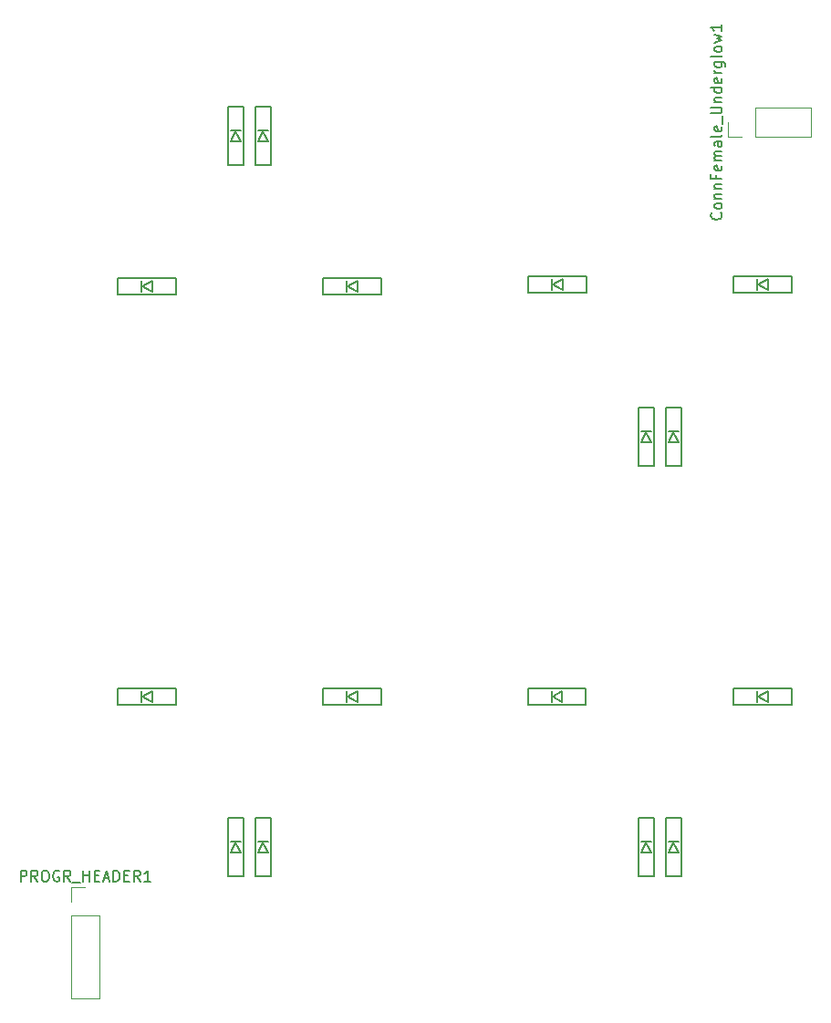
<source format=gbr>
G04 #@! TF.GenerationSoftware,KiCad,Pcbnew,(5.1.2)-2*
G04 #@! TF.CreationDate,2020-01-09T21:44:13+08:00*
G04 #@! TF.ProjectId,wingxx-receiver,77696e67-7878-42d7-9265-636569766572,rev?*
G04 #@! TF.SameCoordinates,Original*
G04 #@! TF.FileFunction,Legend,Top*
G04 #@! TF.FilePolarity,Positive*
%FSLAX46Y46*%
G04 Gerber Fmt 4.6, Leading zero omitted, Abs format (unit mm)*
G04 Created by KiCad (PCBNEW (5.1.2)-2) date 2020-01-09 21:44:13*
%MOMM*%
%LPD*%
G04 APERTURE LIST*
%ADD10C,0.120000*%
%ADD11C,0.150000*%
G04 APERTURE END LIST*
D10*
X139640000Y-64830000D02*
X139640000Y-63500000D01*
X140970000Y-64830000D02*
X139640000Y-64830000D01*
X142240000Y-64830000D02*
X142240000Y-62170000D01*
X142240000Y-62170000D02*
X147380000Y-62170000D01*
X142240000Y-64830000D02*
X147380000Y-64830000D01*
X147380000Y-64830000D02*
X147380000Y-62170000D01*
X78680000Y-134560000D02*
X80010000Y-134560000D01*
X78680000Y-135890000D02*
X78680000Y-134560000D01*
X78680000Y-137160000D02*
X81340000Y-137160000D01*
X81340000Y-137160000D02*
X81340000Y-144840000D01*
X78680000Y-137160000D02*
X78680000Y-144840000D01*
X78680000Y-144840000D02*
X81340000Y-144840000D01*
D11*
X133870000Y-128110000D02*
X133870000Y-133510000D01*
X135370000Y-133510000D02*
X135370000Y-128110000D01*
X135370000Y-128110000D02*
X133870000Y-128110000D01*
X135370000Y-133510000D02*
X133870000Y-133510000D01*
X135120000Y-131310000D02*
X134120000Y-131310000D01*
X134120000Y-131310000D02*
X134620000Y-130410000D01*
X134620000Y-130410000D02*
X135120000Y-131310000D01*
X135120000Y-130310000D02*
X134120000Y-130310000D01*
X131330000Y-128110000D02*
X131330000Y-133510000D01*
X132830000Y-133510000D02*
X132830000Y-128110000D01*
X132830000Y-128110000D02*
X131330000Y-128110000D01*
X132830000Y-133510000D02*
X131330000Y-133510000D01*
X132580000Y-131310000D02*
X131580000Y-131310000D01*
X131580000Y-131310000D02*
X132080000Y-130410000D01*
X132080000Y-130410000D02*
X132580000Y-131310000D01*
X132580000Y-130310000D02*
X131580000Y-130310000D01*
X95770000Y-128110000D02*
X95770000Y-133510000D01*
X97270000Y-133510000D02*
X97270000Y-128110000D01*
X97270000Y-128110000D02*
X95770000Y-128110000D01*
X97270000Y-133510000D02*
X95770000Y-133510000D01*
X97020000Y-131310000D02*
X96020000Y-131310000D01*
X96020000Y-131310000D02*
X96520000Y-130410000D01*
X96520000Y-130410000D02*
X97020000Y-131310000D01*
X97020000Y-130310000D02*
X96020000Y-130310000D01*
X93230000Y-128110000D02*
X93230000Y-133510000D01*
X94730000Y-133510000D02*
X94730000Y-128110000D01*
X94730000Y-128110000D02*
X93230000Y-128110000D01*
X94730000Y-133510000D02*
X93230000Y-133510000D01*
X94480000Y-131310000D02*
X93480000Y-131310000D01*
X93480000Y-131310000D02*
X93980000Y-130410000D01*
X93980000Y-130410000D02*
X94480000Y-131310000D01*
X94480000Y-130310000D02*
X93480000Y-130310000D01*
X140175000Y-117590000D02*
X145575000Y-117590000D01*
X145575000Y-116090000D02*
X140175000Y-116090000D01*
X140175000Y-116090000D02*
X140175000Y-117590000D01*
X145575000Y-116090000D02*
X145575000Y-117590000D01*
X143375000Y-116340000D02*
X143375000Y-117340000D01*
X143375000Y-117340000D02*
X142475000Y-116840000D01*
X142475000Y-116840000D02*
X143375000Y-116340000D01*
X142375000Y-116340000D02*
X142375000Y-117340000D01*
X121092000Y-117590000D02*
X126492000Y-117590000D01*
X126492000Y-116090000D02*
X121092000Y-116090000D01*
X121092000Y-116090000D02*
X121092000Y-117590000D01*
X126492000Y-116090000D02*
X126492000Y-117590000D01*
X124292000Y-116340000D02*
X124292000Y-117340000D01*
X124292000Y-117340000D02*
X123392000Y-116840000D01*
X123392000Y-116840000D02*
X124292000Y-116340000D01*
X123292000Y-116340000D02*
X123292000Y-117340000D01*
X102075000Y-117590000D02*
X107475000Y-117590000D01*
X107475000Y-116090000D02*
X102075000Y-116090000D01*
X102075000Y-116090000D02*
X102075000Y-117590000D01*
X107475000Y-116090000D02*
X107475000Y-117590000D01*
X105275000Y-116340000D02*
X105275000Y-117340000D01*
X105275000Y-117340000D02*
X104375000Y-116840000D01*
X104375000Y-116840000D02*
X105275000Y-116340000D01*
X104275000Y-116340000D02*
X104275000Y-117340000D01*
X83025000Y-117590000D02*
X88425000Y-117590000D01*
X88425000Y-116090000D02*
X83025000Y-116090000D01*
X83025000Y-116090000D02*
X83025000Y-117590000D01*
X88425000Y-116090000D02*
X88425000Y-117590000D01*
X86225000Y-116340000D02*
X86225000Y-117340000D01*
X86225000Y-117340000D02*
X85325000Y-116840000D01*
X85325000Y-116840000D02*
X86225000Y-116340000D01*
X85225000Y-116340000D02*
X85225000Y-117340000D01*
X133870000Y-90010000D02*
X133870000Y-95410000D01*
X135370000Y-95410000D02*
X135370000Y-90010000D01*
X135370000Y-90010000D02*
X133870000Y-90010000D01*
X135370000Y-95410000D02*
X133870000Y-95410000D01*
X135120000Y-93210000D02*
X134120000Y-93210000D01*
X134120000Y-93210000D02*
X134620000Y-92310000D01*
X134620000Y-92310000D02*
X135120000Y-93210000D01*
X135120000Y-92210000D02*
X134120000Y-92210000D01*
X131330000Y-90010000D02*
X131330000Y-95410000D01*
X132830000Y-95410000D02*
X132830000Y-90010000D01*
X132830000Y-90010000D02*
X131330000Y-90010000D01*
X132830000Y-95410000D02*
X131330000Y-95410000D01*
X132580000Y-93210000D02*
X131580000Y-93210000D01*
X131580000Y-93210000D02*
X132080000Y-92310000D01*
X132080000Y-92310000D02*
X132580000Y-93210000D01*
X132580000Y-92210000D02*
X131580000Y-92210000D01*
X102075000Y-79490000D02*
X107475000Y-79490000D01*
X107475000Y-77990000D02*
X102075000Y-77990000D01*
X102075000Y-77990000D02*
X102075000Y-79490000D01*
X107475000Y-77990000D02*
X107475000Y-79490000D01*
X105275000Y-78240000D02*
X105275000Y-79240000D01*
X105275000Y-79240000D02*
X104375000Y-78740000D01*
X104375000Y-78740000D02*
X105275000Y-78240000D01*
X104275000Y-78240000D02*
X104275000Y-79240000D01*
X83025000Y-79490000D02*
X88425000Y-79490000D01*
X88425000Y-77990000D02*
X83025000Y-77990000D01*
X83025000Y-77990000D02*
X83025000Y-79490000D01*
X88425000Y-77990000D02*
X88425000Y-79490000D01*
X86225000Y-78240000D02*
X86225000Y-79240000D01*
X86225000Y-79240000D02*
X85325000Y-78740000D01*
X85325000Y-78740000D02*
X86225000Y-78240000D01*
X85225000Y-78240000D02*
X85225000Y-79240000D01*
X140175000Y-79331200D02*
X145575000Y-79331200D01*
X145575000Y-77831200D02*
X140175000Y-77831200D01*
X140175000Y-77831200D02*
X140175000Y-79331200D01*
X145575000Y-77831200D02*
X145575000Y-79331200D01*
X143375000Y-78081200D02*
X143375000Y-79081200D01*
X143375000Y-79081200D02*
X142475000Y-78581200D01*
X142475000Y-78581200D02*
X143375000Y-78081200D01*
X142375000Y-78081200D02*
X142375000Y-79081200D01*
X121125000Y-79331200D02*
X126525000Y-79331200D01*
X126525000Y-77831200D02*
X121125000Y-77831200D01*
X121125000Y-77831200D02*
X121125000Y-79331200D01*
X126525000Y-77831200D02*
X126525000Y-79331200D01*
X124325000Y-78081200D02*
X124325000Y-79081200D01*
X124325000Y-79081200D02*
X123425000Y-78581200D01*
X123425000Y-78581200D02*
X124325000Y-78081200D01*
X123325000Y-78081200D02*
X123325000Y-79081200D01*
X95770000Y-62070000D02*
X95770000Y-67470000D01*
X97270000Y-67470000D02*
X97270000Y-62070000D01*
X97270000Y-62070000D02*
X95770000Y-62070000D01*
X97270000Y-67470000D02*
X95770000Y-67470000D01*
X97020000Y-65270000D02*
X96020000Y-65270000D01*
X96020000Y-65270000D02*
X96520000Y-64370000D01*
X96520000Y-64370000D02*
X97020000Y-65270000D01*
X97020000Y-64270000D02*
X96020000Y-64270000D01*
X93230000Y-62070000D02*
X93230000Y-67470000D01*
X94730000Y-67470000D02*
X94730000Y-62070000D01*
X94730000Y-62070000D02*
X93230000Y-62070000D01*
X94730000Y-67470000D02*
X93230000Y-67470000D01*
X94480000Y-65270000D02*
X93480000Y-65270000D01*
X93480000Y-65270000D02*
X93980000Y-64370000D01*
X93980000Y-64370000D02*
X94480000Y-65270000D01*
X94480000Y-64270000D02*
X93480000Y-64270000D01*
X138997142Y-71928571D02*
X139044761Y-71976190D01*
X139092380Y-72119047D01*
X139092380Y-72214285D01*
X139044761Y-72357142D01*
X138949523Y-72452380D01*
X138854285Y-72500000D01*
X138663809Y-72547619D01*
X138520952Y-72547619D01*
X138330476Y-72500000D01*
X138235238Y-72452380D01*
X138140000Y-72357142D01*
X138092380Y-72214285D01*
X138092380Y-72119047D01*
X138140000Y-71976190D01*
X138187619Y-71928571D01*
X139092380Y-71357142D02*
X139044761Y-71452380D01*
X138997142Y-71500000D01*
X138901904Y-71547619D01*
X138616190Y-71547619D01*
X138520952Y-71500000D01*
X138473333Y-71452380D01*
X138425714Y-71357142D01*
X138425714Y-71214285D01*
X138473333Y-71119047D01*
X138520952Y-71071428D01*
X138616190Y-71023809D01*
X138901904Y-71023809D01*
X138997142Y-71071428D01*
X139044761Y-71119047D01*
X139092380Y-71214285D01*
X139092380Y-71357142D01*
X138425714Y-70595238D02*
X139092380Y-70595238D01*
X138520952Y-70595238D02*
X138473333Y-70547619D01*
X138425714Y-70452380D01*
X138425714Y-70309523D01*
X138473333Y-70214285D01*
X138568571Y-70166666D01*
X139092380Y-70166666D01*
X138425714Y-69690476D02*
X139092380Y-69690476D01*
X138520952Y-69690476D02*
X138473333Y-69642857D01*
X138425714Y-69547619D01*
X138425714Y-69404761D01*
X138473333Y-69309523D01*
X138568571Y-69261904D01*
X139092380Y-69261904D01*
X138568571Y-68452380D02*
X138568571Y-68785714D01*
X139092380Y-68785714D02*
X138092380Y-68785714D01*
X138092380Y-68309523D01*
X139044761Y-67547619D02*
X139092380Y-67642857D01*
X139092380Y-67833333D01*
X139044761Y-67928571D01*
X138949523Y-67976190D01*
X138568571Y-67976190D01*
X138473333Y-67928571D01*
X138425714Y-67833333D01*
X138425714Y-67642857D01*
X138473333Y-67547619D01*
X138568571Y-67500000D01*
X138663809Y-67500000D01*
X138759047Y-67976190D01*
X139092380Y-67071428D02*
X138425714Y-67071428D01*
X138520952Y-67071428D02*
X138473333Y-67023809D01*
X138425714Y-66928571D01*
X138425714Y-66785714D01*
X138473333Y-66690476D01*
X138568571Y-66642857D01*
X139092380Y-66642857D01*
X138568571Y-66642857D02*
X138473333Y-66595238D01*
X138425714Y-66500000D01*
X138425714Y-66357142D01*
X138473333Y-66261904D01*
X138568571Y-66214285D01*
X139092380Y-66214285D01*
X139092380Y-65309523D02*
X138568571Y-65309523D01*
X138473333Y-65357142D01*
X138425714Y-65452380D01*
X138425714Y-65642857D01*
X138473333Y-65738095D01*
X139044761Y-65309523D02*
X139092380Y-65404761D01*
X139092380Y-65642857D01*
X139044761Y-65738095D01*
X138949523Y-65785714D01*
X138854285Y-65785714D01*
X138759047Y-65738095D01*
X138711428Y-65642857D01*
X138711428Y-65404761D01*
X138663809Y-65309523D01*
X139092380Y-64690476D02*
X139044761Y-64785714D01*
X138949523Y-64833333D01*
X138092380Y-64833333D01*
X139044761Y-63928571D02*
X139092380Y-64023809D01*
X139092380Y-64214285D01*
X139044761Y-64309523D01*
X138949523Y-64357142D01*
X138568571Y-64357142D01*
X138473333Y-64309523D01*
X138425714Y-64214285D01*
X138425714Y-64023809D01*
X138473333Y-63928571D01*
X138568571Y-63880952D01*
X138663809Y-63880952D01*
X138759047Y-64357142D01*
X139187619Y-63690476D02*
X139187619Y-62928571D01*
X138092380Y-62690476D02*
X138901904Y-62690476D01*
X138997142Y-62642857D01*
X139044761Y-62595238D01*
X139092380Y-62500000D01*
X139092380Y-62309523D01*
X139044761Y-62214285D01*
X138997142Y-62166666D01*
X138901904Y-62119047D01*
X138092380Y-62119047D01*
X138425714Y-61642857D02*
X139092380Y-61642857D01*
X138520952Y-61642857D02*
X138473333Y-61595238D01*
X138425714Y-61500000D01*
X138425714Y-61357142D01*
X138473333Y-61261904D01*
X138568571Y-61214285D01*
X139092380Y-61214285D01*
X139092380Y-60309523D02*
X138092380Y-60309523D01*
X139044761Y-60309523D02*
X139092380Y-60404761D01*
X139092380Y-60595238D01*
X139044761Y-60690476D01*
X138997142Y-60738095D01*
X138901904Y-60785714D01*
X138616190Y-60785714D01*
X138520952Y-60738095D01*
X138473333Y-60690476D01*
X138425714Y-60595238D01*
X138425714Y-60404761D01*
X138473333Y-60309523D01*
X139044761Y-59452380D02*
X139092380Y-59547619D01*
X139092380Y-59738095D01*
X139044761Y-59833333D01*
X138949523Y-59880952D01*
X138568571Y-59880952D01*
X138473333Y-59833333D01*
X138425714Y-59738095D01*
X138425714Y-59547619D01*
X138473333Y-59452380D01*
X138568571Y-59404761D01*
X138663809Y-59404761D01*
X138759047Y-59880952D01*
X139092380Y-58976190D02*
X138425714Y-58976190D01*
X138616190Y-58976190D02*
X138520952Y-58928571D01*
X138473333Y-58880952D01*
X138425714Y-58785714D01*
X138425714Y-58690476D01*
X138425714Y-57928571D02*
X139235238Y-57928571D01*
X139330476Y-57976190D01*
X139378095Y-58023809D01*
X139425714Y-58119047D01*
X139425714Y-58261904D01*
X139378095Y-58357142D01*
X139044761Y-57928571D02*
X139092380Y-58023809D01*
X139092380Y-58214285D01*
X139044761Y-58309523D01*
X138997142Y-58357142D01*
X138901904Y-58404761D01*
X138616190Y-58404761D01*
X138520952Y-58357142D01*
X138473333Y-58309523D01*
X138425714Y-58214285D01*
X138425714Y-58023809D01*
X138473333Y-57928571D01*
X139092380Y-57309523D02*
X139044761Y-57404761D01*
X138949523Y-57452380D01*
X138092380Y-57452380D01*
X139092380Y-56785714D02*
X139044761Y-56880952D01*
X138997142Y-56928571D01*
X138901904Y-56976190D01*
X138616190Y-56976190D01*
X138520952Y-56928571D01*
X138473333Y-56880952D01*
X138425714Y-56785714D01*
X138425714Y-56642857D01*
X138473333Y-56547619D01*
X138520952Y-56500000D01*
X138616190Y-56452380D01*
X138901904Y-56452380D01*
X138997142Y-56500000D01*
X139044761Y-56547619D01*
X139092380Y-56642857D01*
X139092380Y-56785714D01*
X138425714Y-56119047D02*
X139092380Y-55928571D01*
X138616190Y-55738095D01*
X139092380Y-55547619D01*
X138425714Y-55357142D01*
X139092380Y-54452380D02*
X139092380Y-55023809D01*
X139092380Y-54738095D02*
X138092380Y-54738095D01*
X138235238Y-54833333D01*
X138330476Y-54928571D01*
X138378095Y-55023809D01*
X74010000Y-134012380D02*
X74010000Y-133012380D01*
X74390952Y-133012380D01*
X74486190Y-133060000D01*
X74533809Y-133107619D01*
X74581428Y-133202857D01*
X74581428Y-133345714D01*
X74533809Y-133440952D01*
X74486190Y-133488571D01*
X74390952Y-133536190D01*
X74010000Y-133536190D01*
X75581428Y-134012380D02*
X75248095Y-133536190D01*
X75010000Y-134012380D02*
X75010000Y-133012380D01*
X75390952Y-133012380D01*
X75486190Y-133060000D01*
X75533809Y-133107619D01*
X75581428Y-133202857D01*
X75581428Y-133345714D01*
X75533809Y-133440952D01*
X75486190Y-133488571D01*
X75390952Y-133536190D01*
X75010000Y-133536190D01*
X76200476Y-133012380D02*
X76390952Y-133012380D01*
X76486190Y-133060000D01*
X76581428Y-133155238D01*
X76629047Y-133345714D01*
X76629047Y-133679047D01*
X76581428Y-133869523D01*
X76486190Y-133964761D01*
X76390952Y-134012380D01*
X76200476Y-134012380D01*
X76105238Y-133964761D01*
X76010000Y-133869523D01*
X75962380Y-133679047D01*
X75962380Y-133345714D01*
X76010000Y-133155238D01*
X76105238Y-133060000D01*
X76200476Y-133012380D01*
X77581428Y-133060000D02*
X77486190Y-133012380D01*
X77343333Y-133012380D01*
X77200476Y-133060000D01*
X77105238Y-133155238D01*
X77057619Y-133250476D01*
X77010000Y-133440952D01*
X77010000Y-133583809D01*
X77057619Y-133774285D01*
X77105238Y-133869523D01*
X77200476Y-133964761D01*
X77343333Y-134012380D01*
X77438571Y-134012380D01*
X77581428Y-133964761D01*
X77629047Y-133917142D01*
X77629047Y-133583809D01*
X77438571Y-133583809D01*
X78629047Y-134012380D02*
X78295714Y-133536190D01*
X78057619Y-134012380D02*
X78057619Y-133012380D01*
X78438571Y-133012380D01*
X78533809Y-133060000D01*
X78581428Y-133107619D01*
X78629047Y-133202857D01*
X78629047Y-133345714D01*
X78581428Y-133440952D01*
X78533809Y-133488571D01*
X78438571Y-133536190D01*
X78057619Y-133536190D01*
X78819523Y-134107619D02*
X79581428Y-134107619D01*
X79819523Y-134012380D02*
X79819523Y-133012380D01*
X79819523Y-133488571D02*
X80390952Y-133488571D01*
X80390952Y-134012380D02*
X80390952Y-133012380D01*
X80867142Y-133488571D02*
X81200476Y-133488571D01*
X81343333Y-134012380D02*
X80867142Y-134012380D01*
X80867142Y-133012380D01*
X81343333Y-133012380D01*
X81724285Y-133726666D02*
X82200476Y-133726666D01*
X81629047Y-134012380D02*
X81962380Y-133012380D01*
X82295714Y-134012380D01*
X82629047Y-134012380D02*
X82629047Y-133012380D01*
X82867142Y-133012380D01*
X83010000Y-133060000D01*
X83105238Y-133155238D01*
X83152857Y-133250476D01*
X83200476Y-133440952D01*
X83200476Y-133583809D01*
X83152857Y-133774285D01*
X83105238Y-133869523D01*
X83010000Y-133964761D01*
X82867142Y-134012380D01*
X82629047Y-134012380D01*
X83629047Y-133488571D02*
X83962380Y-133488571D01*
X84105238Y-134012380D02*
X83629047Y-134012380D01*
X83629047Y-133012380D01*
X84105238Y-133012380D01*
X85105238Y-134012380D02*
X84771904Y-133536190D01*
X84533809Y-134012380D02*
X84533809Y-133012380D01*
X84914761Y-133012380D01*
X85010000Y-133060000D01*
X85057619Y-133107619D01*
X85105238Y-133202857D01*
X85105238Y-133345714D01*
X85057619Y-133440952D01*
X85010000Y-133488571D01*
X84914761Y-133536190D01*
X84533809Y-133536190D01*
X86057619Y-134012380D02*
X85486190Y-134012380D01*
X85771904Y-134012380D02*
X85771904Y-133012380D01*
X85676666Y-133155238D01*
X85581428Y-133250476D01*
X85486190Y-133298095D01*
M02*

</source>
